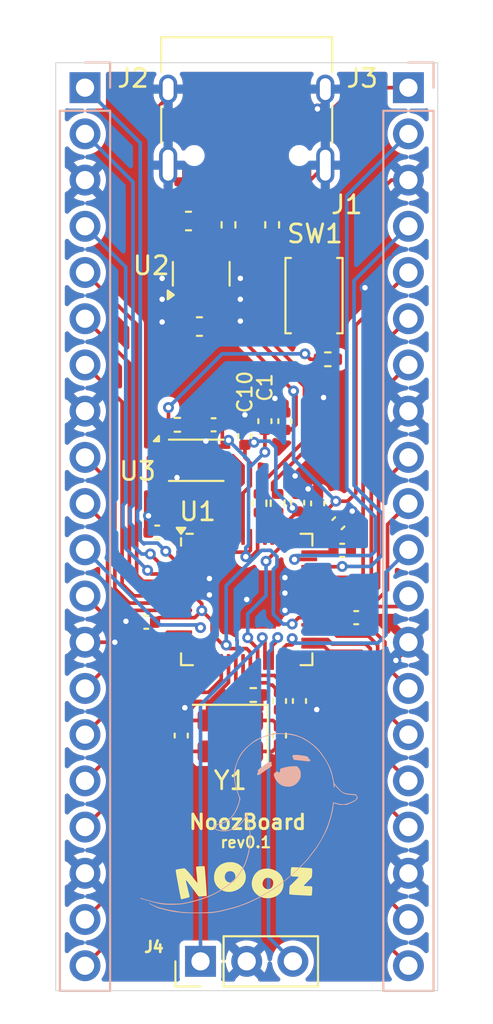
<source format=kicad_pcb>
(kicad_pcb (version 20241229) (generator "pcbnew") (generator_version "9.0")
  (layers (0 "F.Cu" signal) (2 "B.Cu" signal) (13 "F.Paste" user) (15 "B.Paste" user) (5 "F.SilkS" user "F.Silkscreen") (7 "B.SilkS" user "B.Silkscreen") (1 "F.Mask" user) (3 "B.Mask" user) (25 "Edge.Cuts" user))
  (net 0 "")
  (net 1 "+3V3")
  (net 2 "GND")
  (net 3 "+1V1")
  (net 4 "VBUS")
  (net 5 "XIN")
  (net 6 "Net-(C16-Pad2)")
  (net 7 "USB_D-")
  (net 8 "Net-(J1-CC2)")
  (net 9 "USB_D+")
  (net 10 "Net-(J1-CC1)")
  (net 11 "GPIO4")
  (net 12 "GPIO14")
  (net 13 "GPIO10")
  (net 14 "GPIO6")
  (net 15 "GPIO12")
  (net 16 "GPIO2")
  (net 17 "GPIO15")
  (net 18 "GPIO11")
  (net 19 "GPIO3")
  (net 20 "GPIO9")
  (net 21 "GPIO8")
  (net 22 "GPIO0")
  (net 23 "GPIO13")
  (net 24 "GPIO5")
  (net 25 "GPIO1")
  (net 26 "GPIO7")
  (net 27 "RUN")
  (net 28 "GPIO23")
  (net 29 "GPIO19")
  (net 30 "GPIO22")
  (net 31 "GPIO16")
  (net 32 "GPIO28_ADC2")
  (net 33 "GPIO27_ADC1")
  (net 34 "GPIO20")
  (net 35 "GPIO17")
  (net 36 "GPIO21")
  (net 37 "GPIO26_ADC0")
  (net 38 "GPIO18")
  (net 39 "GPIO24")
  (net 40 "GPIO29_ADC3")
  (net 41 "SWD")
  (net 42 "SWCLK")
  (net 43 "Net-(U1-USB_DP)")
  (net 44 "Net-(U1-USB_DM)")
  (net 45 "XOUT")
  (net 46 "QSPI_SS")
  (net 47 "Net-(R6-Pad2)")
  (net 48 "QSPI_SD3")
  (net 49 "QSPI_SD0")
  (net 50 "QSPI_SD1")
  (net 51 "QSPI_SCLK")
  (net 52 "QSPI_SD2")
  (footprint "Package_TO_SOT_SMD:SOT-23" (layer "F.Cu") (at 97.5 36.6 90)
    (property "Reference" "U2")
    (property "Value" "MCP1700x-330xxTT" (hide yes))
  )
  (footprint "Resistor_SMD:R_0402_1005Metric" (layer "F.Cu") (at 101.7 49.21 -90)
    (property "Reference" "R4" (hide yes))
    (property "Value" "27" (hide yes))
  )
  (footprint "Resistor_SMD:R_0402_1005Metric" (layer "F.Cu") (at 99 33.91 -90)
    (property "Reference" "R2" (hide yes))
    (property "Value" "5.1K" (hide yes))
  )
  (footprint "Resistor_SMD:R_0402_1005Metric" (layer "F.Cu") (at 96.19 44.9)
    (property "Reference" "R7" (hide yes))
    (property "Value" "10K" (hide yes))
  )
  (footprint "Package_DFN_QFN:QFN-56-1EP_7x7mm_P0.4mm_EP3.2x3.2mm" (layer "F.Cu") (at 100 54.5)
    (property "Reference" "U1")
    (property "Value" "RP2040" (hide yes))
  )
  (footprint "Capacitor_SMD:C_0402_1005Metric" (layer "F.Cu") (at 101.8 61.98 90)
    (property "Reference" "C16" (hide yes))
    (property "Value" "33pF" (hide yes))
  )
  (footprint "Resistor_SMD:R_0402_1005Metric" (layer "F.Cu") (at 100.36 59.75 180)
    (property "Reference" "R5" (hide yes))
    (property "Value" "1K" (hide yes))
  )
  (footprint "Capacitor_SMD:C_0402_1005Metric" (layer "F.Cu") (at 94.48 55.75 180)
    (property "Reference" "C9" (hide yes))
    (property "Value" "0.1uF" (hide yes))
  )
  (footprint "Capacitor_SMD:C_0402_1005Metric" (layer "F.Cu") (at 103.9 49.22 90)
    (property "Reference" "C5" (hide yes))
    (property "Value" "0.1uF" (hide yes))
  )
  (footprint "Capacitor_SMD:C_0402_1005Metric" (layer "F.Cu") (at 102.9 60.08 -90)
    (property "Reference" "C12" (hide yes))
    (property "Value" "0.1uF" (hide yes))
  )
  (footprint "Capacitor_SMD:C_0402_1005Metric" (layer "F.Cu") (at 95.08 50.8 180)
    (property "Reference" "C8" (hide yes))
    (property "Value" "0.1uF" (hide yes))
  )
  (footprint "Capacitor_SMD:C_0603_1608Metric" (layer "F.Cu") (at 96.8 33.7 180)
    (property "Reference" "C13" (hide yes))
    (property "Value" "10uF" (hide yes))
  )
  (footprint "Capacitor_SMD:C_0603_1608Metric" (layer "F.Cu") (at 97.4 39.5 180)
    (property "Reference" "C14" (hide yes))
    (property "Value" "10uF" (hide yes))
  )
  (footprint "Crystal:Crystal_SMD_3225-4Pin_3.2x2.5mm" (layer "F.Cu") (at 99.1 62 180)
    (property "Reference" "Y1")
    (property "Value" "12MHz" (hide yes))
  )
  (footprint "Capacitor_SMD:C_0402_1005Metric" (layer "F.Cu") (at 106.02 55.5)
    (property "Reference" "C3" (hide yes))
    (property "Value" "0.1uF" (hide yes))
  )
  (footprint "Capacitor_SMD:C_0402_1005Metric" (layer "F.Cu") (at 102.1 44.7 90)
    (property "Reference" "C2" (hide yes))
    (property "Value" "0.1uF" (hide yes))
  )
  (footprint "Connector_USB:USB_C_Receptacle_HRO_TYPE-C-31-M-12" (layer "F.Cu") (at 100 27.5 180)
    (property "Reference" "J1" (hide yes))
    (property "Value" "USB_C_Receptacle_USB2.0_14P")
  )
  (footprint "Package_SON:Winbond_USON-8-1EP_3x2mm_P0.5mm_EP0.2x1.6mm" (layer "F.Cu") (at 97.225 46.85)
    (property "Reference" "U3")
    (property "Value" "W25Q16JVZPIQ TR" (hide yes))
  )
  (footprint "Resistor_SMD:R_0402_1005Metric" (layer "F.Cu") (at 100.7 49.21 -90)
    (property "Reference" "R3" (hide yes))
    (property "Value" "27" (hide yes))
  )
  (footprint "Capacitor_SMD:C_0402_1005Metric" (layer "F.Cu") (at 96.4 61.98 -90)
    (property "Reference" "C15" (hide yes))
    (property "Value" "33pF" (hide yes))
  )
  (footprint "Button_Switch_SMD:SW_Push_SPST_NO_Alps_SKRK" (layer "F.Cu") (at 103.7 37.8 -90)
    (property "Reference" "SW1")
    (property "Value" "SW_Push" (hide yes))
  )
  (footprint "Capacitor_SMD:C_0402_1005Metric" (layer "F.Cu") (at 105.25 51.8)
    (property "Reference" "C7" (hide yes))
    (property "Value" "0.1uF" (hide yes))
  )
  (footprint "Capacitor_SMD:C_0402_1005Metric" (layer "F.Cu") (at 105.0394 50.3106 45)
    (property "Reference" "C6" (hide yes))
    (property "Value" "0.1uF" (hide yes))
  )
  (footprint "Capacitor_SMD:C_0402_1005Metric" (layer "F.Cu") (at 102.8 49.18 90)
    (property "Reference" "C11" (hide yes))
    (property "Value" "0.1uF" (hide yes))
  )
  (footprint "Resistor_SMD:R_0402_1005Metric" (layer "F.Cu") (at 104.46 41.3)
    (property "Reference" "R6" (hide yes))
    (property "Value" "1K" (hide yes))
  )
  (footprint "Capacitor_SMD:C_0402_1005Metric" (layer "F.Cu") (at 101 44.7 90)
    (property "Reference" "C1" (hide yes))
    (property "Value" "1uF" (hide yes))
  )
  (footprint "Capacitor_SMD:C_0402_1005Metric" (layer "F.Cu") (at 99.9 45.52 90)
    (property "Reference" "C10" (hide yes))
    (property "Value" "1uF" (hide yes))
  )
  (footprint "Connector_PinHeader_2.54mm:PinHeader_1x03_P2.54mm_Vertical" (layer "F.Cu") (at 97.46 74.39 90)
    (property "Reference" "J4")
    (property "Value" "Conn_01x03" (hide yes))
  )
  (footprint "LOGO" (layer "F.Cu") (at 99.85 69.95)
    (property "Reference" "G***" (hide yes))
    (property "Value" "LOGO" (hide yes))
  )
  (footprint "Resistor_SMD:R_0402_1005Metric" (layer "F.Cu") (at 101.4 33.91 -90)
    (property "Reference" "R1" (hide yes))
    (property "Value" "5.1K" (hide yes))
  )
  (footprint "Capacitor_SMD:C_0402_1005Metric" (layer "F.Cu") (at 98.18 44.9 180)
    (property "Reference" "C17" (hide yes))
    (property "Value" "0.1uF" (hide yes))
  )
  (footprint "Capacitor_SMD:C_0402_1005Metric" (layer "F.Cu") (at 101.8 60.08 -90)
    (property "Reference" "C4" (hide yes))
    (property "Value" "0.1uF" (hide yes))
  )
  (footprint "LOGO" (layer "B.Cu") (at 100.1 66.8 180)
    (property "Reference" "G***" (hide yes))
    (property "Value" "LOGO" (hide yes))
  )
  (footprint "Connector_PinHeader_2.54mm:PinHeader_1x20_P2.54mm_Vertical" (layer "B.Cu") (at 108.89 26.37 180)
    (property "Reference" "J3")
    (property "Value" "Conn_01x20")
  )
  (footprint "Connector_PinHeader_2.54mm:PinHeader_1x20_P2.54mm_Vertical" (layer "B.Cu") (at 91.11 26.37 180)
    (property "Reference" "J2")
    (property "Value" "Conn_01x20")
  )
  (gr_rect (start 89.5 25) (end 110.5 76) (stroke (width 0.05)) (fill no) (layer "Edge.Cuts"))
  (gr_text "C1" (at 101 42.85 90) (layer "F.SilkS") (effects (font (size 0.8 0.8) (thickness 0.125))))
  (gr_text "NoozBoard" (at 100.05 67.2 0) (layer "F.SilkS") (effects (font (size 0.8 0.8) (thickness 0.16) (bold yes)) (justify bottom)))
  (gr_text "rev0.1" (at 99.95 68.2 0) (layer "F.SilkS") (effects (font (size 0.6 0.6) (thickness 0.12) (bold yes)) (justify bottom)))
  (gr_text "C10" (at 99.9 43.1 90) (layer "F.SilkS") (effects (font (size 0.8 0.8) (thickness 0.125))))
  (segment (start 95.16 55.5) (end 94.96 55.7) (width 0.2) (layer "F.Cu") (net 1))
  (segment (start 99 45.75) (end 98.66 46.09) (width 0.2) (layer "F.Cu") (net 1))
  (segment (start 100.201 51.0635) (end 100.2 51.0625) (width 0.2) (layer "F.Cu") (net 1))
  (segment (start 102.711 43.1791) (end 102.711 44.889) (width 0.2) (layer "F.Cu") (net 1))
  (segment (start 103.4375 55.5) (end 102.851 55.5) (width 0.2) (layer "F.Cu") (net 1))
  (segment (start 97.0978 51.9) (end 97.05 51.9) (width 0.2) (layer "F.Cu") (net 1))
  (segment (start 100.2 57.9375) (end 100.2 58.95) (width 0.2) (layer "F.Cu") (net 1))
  (segment (start 100.2 57.4) (end 100.2 57.9375) (width 0.2) (layer "F.Cu") (net 1))
  (segment (start 98.099 56.401) (end 98.703135 57.005135) (width 0.2) (layer "F.Cu") (net 1))
  (segment (start 104.721 50.5212) (end 103.9 49.7) (width 0.2) (layer "F.Cu") (net 1))
  (segment (start 100 57.2) (end 100.2 57.4) (width 0.2) (layer "F.Cu") (net 1))
  (segment (start 96.5625 51.9) (end 97.05 51.9) (width 0.2) (layer "F.Cu") (net 1))
  (segment (start 104.77 51.8) (end 104.82 51.8) (width 0.2) (layer "F.Cu") (net 1))
  (segment (start 103.9 49.7) (end 103.9 49.7625) (width 0.2) (layer "F.Cu") (net 1))
  (segment (start 100.201 51.801) (end 100.201 51.0635) (width 0.2) (layer "F.Cu") (net 1))
  (segment (start 102.711 44.889) (end 102.42 45.18) (width 0.2) (layer "F.Cu") (net 1))
  (segment (start 102.851 55.5) (end 102.5 55.8512) (width 0.2) (layer "F.Cu") (net 1))
  (segment (start 100.2 58.95) (end 100.329 59.079) (width 0.2) (layer "F.Cu") (net 1))
  (segment (start 98.45 39.225) (end 98.175 39.5) (width 0.2) (layer "F.Cu") (net 1))
  (segment (start 97.301 54.5032) (end 97.301 52.1032) (width 0.2) (layer "F.Cu") (net 1))
  (segment (start 99.0319 39.5) (end 102.575 43.0431) (width 0.2) (layer "F.Cu") (net 1))
  (segment (start 102.575 43.0431) (end 102.711 43.1791) (width 0.2) (layer "F.Cu") (net 1))
  (segment (start 100.6 51.8) (end 100.6 51.0625) (width 0.2) (layer "F.Cu") (net 1))
  (segment (start 97.5313 54.7335) (end 97.301 54.5032) (width 0.2) (layer "F.Cu") (net 1))
  (segment (start 98.175 39.5) (end 99.0319 39.5) (width 0.2) (layer "F.Cu") (net 1))
  (segment (start 100.25 52.15) (end 100.6 51.8) (width 0.2) (layer "F.Cu") (net 1))
  (segment (start 105.54 55.5) (end 103.4375 55.5) (width 0.2) (layer "F.Cu") (net 1))
  (segment (start 98.703135 57.005135) (end 98.873593 57.005135) (width 0.2) (layer "F.Cu") (net 1))
  (segment (start 97.5313 55.1108) (end 97.5313 54.7335) (width 0.2) (layer "F.Cu") (net 1))
  (segment (start 98.45 37.5375) (end 98.45 39.225) (width 0.2) (layer "F.Cu") (net 1))
  (segment (start 98.66 46.09) (end 98.65 46.1) (width 0.2) (layer "F.Cu") (net 1))
  (segment (start 97.5313 55.1108) (end 98.099 55.6785) (width 0.2) (layer "F.Cu") (net 1))
  (segment (start 102.42 45.18) (end 102.1 45.18) (width 0.2) (layer "F.Cu") (net 1))
  (segment (start 101.4 59.2) (end 101.8 59.6) (width 0.2) (layer "F.Cu") (net 1))
  (segment (start 97.5313 55.1108) (end 97.1422 55.5) (width 0.2) (layer "F.Cu") (net 1))
  (segment (start 104.721 50.629) (end 104.721 50.5751) (width 0.2) (layer "F.Cu") (net 1))
  (segment (start 101 46.4) (end 101 45.18) (width 0.2) (layer "F.Cu") (net 1))
  (segment (start 97.05 51.9) (end 97.0978 51.9) (width 0.2) (layer "F.Cu") (net 1))
  (segment (start 96.5625 55.5) (end 95.16 55.5) (width 0.2) (layer "F.Cu") (net 1))
  (segment (start 105.999 48.651) (end 105.55 49.1) (width 0.2) (layer "F.Cu") (net 1))
  (segment (start 105.999 39.421) (end 105.999 48.651) (width 0.2) (layer "F.Cu") (net 1))
  (segment (start 100.329 59.079) (end 101.139 59.079) (width 0.2) (layer "F.Cu") (net 1))
  (segment (start 97.311 44.289) (end 96.7 44.9) (width 0.2) (layer "F.Cu") (net 1))
  (segment (start 104.82 51.9) (end 104.82 51.8) (width 0.2) (layer "F.Cu") (net 1))
  (segment (start 97.0978 51.9) (end 100.102 51.9) (width 0.2) (layer "F.Cu") (net 1))
  (segment (start 101 45.18) (end 102.1 45.18) (width 0.2) (layer "F.Cu") (net 1))
  (segment (start 104.721 50.5751) (end 104.721 50.5212) (width 0.2) (layer "F.Cu") (net 1))
  (segment (start 98.66 44.9) (end 98.66 46.09) (width 0.2) (layer "F.Cu") (net 1))
  (segment (start 98.45 37.5375) (end 98.5625 37.5375) (width 0.2) (layer "F.Cu") (net 1))
  (segment (start 94.96 55.75) (end 94.96 55.7) (width 0.2) (layer "F.Cu") (net 1))
  (segment (start 97.1422 55.5) (end 96.5625 55.5) (width 0.2) (layer "F.Cu") (net 1))
  (segment (start 98.66 44.9) (end 98.049 44.289) (width 0.2) (layer "F.Cu") (net 1))
  (segment (start 104.3 49.7) (end 103.9 49.7) (width 0.2) (layer "F.Cu") (net 1))
  (segment (start 97.301 52.1032) (end 97.0978 51.9) (width 0.2) (layer "F.Cu") (net 1))
  (segment (start 99.95 52.15) (end 100.25 52.15) (width 0.2) (layer "F.Cu") (net 1))
  (segment (start 100 57.2) (end 99.068458 57.2) (width 0.2) (layer "F.Cu") (net 1))
  (segment (start 105.55 49.1) (end 104.9 49.1) (width 0.2) (layer "F.Cu") (net 1))
  (segment (start 103.9 49.7625) (end 102.6 51.0625) (width 0.2) (layer "F.Cu") (net 1))
  (segment (start 100.05 52.15) (end 99.95 52.15) (width 0.2) (layer "F.Cu") (net 1))
  (segment (start 104.9 49.1) (end 104.3 49.7) (width 0.2) (layer "F.Cu") (net 1))
  (segment (start 98.049 44.289) (end 97.311 44.289) (width 0.2) (layer "F.Cu") (net 1))
  (segment (start 98.099 55.6785) (end 98.099 56.401) (width 0.2) (layer "F.Cu") (net 1))
  (segment (start 104.82 50.7776) (end 104.721 50.6788) (width 0.2) (layer "F.Cu") (net 1))
  (segment (start 101.139 59.079) (end 101.26 59.2) (width 0.2) (layer "F.Cu") (net 1))
  (segment (start 95.56 50.8) (end 95.56 50.8975) (width 0.2) (layer "F.Cu") (net 1))
  (segment (start 104.721 50.6788) (end 104.721 50.5751) (width 0.2) (layer "F.Cu") (net 1))
  (segment (start 102.6 51.0625) (end 102.2 51.0625) (width 0.2) (layer "F.Cu") (net 1))
  (segment (start 100.102 51.9) (end 100.201 51.801) (width 0.2) (layer "F.Cu") (net 1))
  (segment (start 104.82 51.8) (end 104.82 50.7776) (width 0.2) (layer "F.Cu") (net 1))
  (segment (start 99.068458 57.2) (end 98.873593 57.005135) (width 0.2) (layer "F.Cu") (net 1))
  (segment (start 108.89 36.53) (end 105.999 39.421) (width 0.2) (layer "F.Cu") (net 1))
  (segment (start 103.438 51.9) (end 104.82 51.9) (width 0.2) (layer "F.Cu") (net 1))
  (segment (start 95.56 50.8975) (end 96.5625 51.9) (width 0.2) (layer "F.Cu") (net 1))
  (segment (start 104.7 50.65) (end 104.721 50.629) (width 0.2) (layer "F.Cu") (net 1))
  (segment (start 98.66 46.09) (end 98.65 46.1) (width 0.2) (layer "F.Cu") (net 1))
  (segment (start 101.26 59.2) (end 101.4 59.2) (width 0.2) (layer "F.Cu") (net 1))
  (via (at 97.5313 55.1108) (size 0.6) (drill 0.3) (layers "F.Cu" "B.Cu") (net 1))
  (via (at 104.9 49.1) (size 0.6) (drill 0.3) (layers "F.Cu" "B.Cu") (net 1))
  (via (at 98.873593 57.005135) (size 0.6) (drill 0.3) (layers "F.Cu" "B.Cu") (net 1))
  (via (at 102.5 55.8512) (size 0.6) (drill 0.3) (layers "F.Cu" "B.Cu") (net 1))
  (via (at 99.95 52.15) (size 0.6) (drill 0.3) (layers "F.Cu" "B.Cu") (net 1))
  (via (at 102.575 43.0431) (size 0.6) (drill 0.3) (layers "F.Cu" "B.Cu") (net 1))
  (via (at 99 45.75) (size 0.6) (drill 0.3) (layers "F.Cu" "B.Cu") (net 1))
  (via (at 101 46.4) (size 0.6) (drill 0.3) (layers "F.Cu" "B.Cu") (net 1))
  (segment (start 98.873593 53.739125) (end 98.873593 57.005135) (width 0.2) (layer "B.Cu") (net 1))
  (segment (start 102.001257 55.8512) (end 101.46366 55.313603) (width 0.2) (layer "B.Cu") (net 1))
  (segment (start 100.1 47.3) (end 100.1 46.85) (width 0.2) (layer "B.Cu") (net 1))
  (segment (start 100.1 46.85) (end 99 45.75) (width 0.2) (layer "B.Cu") (net 1))
  (segment (start 102.5 55.8512) (end 102.001257 55.8512) (width 0.2) (layer "B.Cu") (net 1))
  (segment (start 101.46366 55.313603) (end 101.46366 52.848944) (width 0.2) (layer "B.Cu") (net 1))
  (segment (start 102.575 43.0431) (end 102.575 46.775) (width 0.2) (layer "B.Cu") (net 1))
  (segment (start 99.95 52.15) (end 99.95 51.65) (width 0.2) (layer "B.Cu") (net 1))
  (segment (start 100.1 47.3) (end 101 46.4) (width 0.2) (layer "B.Cu") (net 1))
  (segment (start 100.813717 51.799001) (end 98.873593 53.739125) (width 0.2) (layer "B.Cu") (net 1))
  (segment (start 101.46366 52.848944) (end 101.66366 52.648944) (width 0.2) (layer "B.Cu") (net 1))
  (segment (start 102.575 46.775) (end 104.9 49.1) (width 0.2) (layer "B.Cu") (net 1))
  (segment (start 100.1 51.5) (end 100.1 47.3) (width 0.2) (layer "B.Cu") (net 1))
  (segment (start 101.311603 51.799001) (end 100.813717 51.799001) (width 0.2) (layer "B.Cu") (net 1))
  (segment (start 104.9 49.1) (end 105 49) (width 0.2) (layer "B.Cu") (net 1))
  (segment (start 101.66366 52.648944) (end 101.66366 52.151058) (width 0.2) (layer "B.Cu") (net 1))
  (segment (start 99.95 51.65) (end 100.1 51.5) (width 0.2) (layer "B.Cu") (net 1))
  (segment (start 101.66366 52.151058) (end 101.311603 51.799001) (width 0.2) (layer "B.Cu") (net 1))
  (segment (start 99 57.9375) (end 99 58.9829) (width 0.2) (layer "F.Cu") (net 2))
  (segment (start 99.299 63.751) (end 100.2 62.85) (width 0.2) (layer "F.Cu") (net 2))
  (segment (start 101.8 60.56) (end 102.9 60.56) (width 0.2) (layer "F.Cu") (net 2))
  (segment (start 105.379 49.9712) (end 105.474 49.9712) (width 0.2) (layer "F.Cu") (net 2))
  (segment (start 103.376 48.4243) (end 103.584 48.4243) (width 0.2) (layer "F.Cu") (net 2))
  (segment (start 99 59.0671) (end 99 58.9) (width 0.2) (layer "F.Cu") (net 2))
  (segment (start 105.73 49.7149) (end 105.799 49.6459) (width 0.2) (layer "F.Cu") (net 2))
  (segment (start 103.584 48.4243) (end 103.9 48.74) (width 0.2) (layer "F.Cu") (net 2))
  (segment (start 107.54 55.5) (end 108.89 56.85) (width 0.2) (layer "F.Cu") (net 2))
  (segment (start 104.32 26.45) (end 95.68 26.45) (width 0.2) (layer "F.Cu") (net 2))
  (segment (start 103.25 32.57) (end 101.4 34.42) (width 0.2) (layer "F.Cu") (net 2))
  (segment (start 108.07 30.63) (end 108.89 31.45) (width 0.2) (layer "F.Cu") (net 2))
  (segment (start 108.89 31.45) (end 107.95 31.45) (width 0.2) (layer "F.Cu") (net 2))
  (segment (start 98 61.15) (end 96.7724 61.15) (width 0.2) (layer "F.Cu") (net 2))
  (segment (start 96.7724 61.15) (end 95.789 62.1334) (width 0.2) (layer "F.Cu") (net 2))
  (segment (start 102.659 47.7076) (end 102.659 48.5591) (width 0.2) (layer "F.Cu") (net 2))
  (segment (start 96.7534 63.751) (end 99.299 63.751) (width 0.2) (layer "F.Cu") (net 2))
  (segment (start 103.25 31.545) (end 103.405 31.545) (width 0.2) (layer "F.Cu") (net 2))
  (segment (start 93.3597 55.7) (end 93.95 55.7) (width 0.2) (layer "F.Cu") (net 2))
  (segment (start 103.405 31.545) (end 104.32 30.63) (width 0.2) (layer "F.Cu") (net 2))
  (segment (start 96.6 60.45) (end 96.6 61) (width 0.2) (layer "F.Cu") (net 2))
  (segment (start 104.7 35.7) (end 103.7 35.7) (width 0.2) (layer "F.Cu") (net 2))
  (segment (start 95.68 26.45) (end 95.68 26.88) (width 0.2) (layer "F.Cu") (net 2))
  (segment (start 97.7 45.7394) (end 97.7543 45.7937) (width 0.2) (layer "F.Cu") (net 2))
  (segment (start 105.73 49.715) (end 105.799 49.6459) (width 0.2) (layer "F.Cu") (net 2))
  (segment (start 108.89 56.85) (end 108.89 57.1607) (width 0.2) (layer "F.Cu") (net 2))
  (segment (start 101.55 43.45) (end 101.55 43.67) (width 0.2) (layer "F.Cu") (net 2))
  (segment (start 96.75 61.15) (end 96.4 61.5) (width 0.2) (layer "F.Cu") (net 2))
  (segment (start 95.789 62.7866) (end 96.7534 63.751) (width 0.2) (layer "F.Cu") (net 2))
  (segment (start 95.789 62.1334) (end 95.789 62.7866) (width 0.2) (layer "F.Cu") (net 2))
  (segment (start 101.41 62.85) (end 101.8 62.46) (width 0.2) (layer "F.Cu") (net 2))
  (segment (start 106.501 37.3643) (end 106.364 37.3643) (width 0.2) (layer "F.Cu") (net 2))
  (segment (start 103.25 31.545) (end 103.25 32.57) (width 0.2) (layer "F.Cu") (net 2))
  (segment (start 102.659 48.5591) (end 102.8 48.7) (width 0.2) (layer "F.Cu") (net 2))
  (segment (start 102.91 60.55) (end 102.9 60.56) (width 0.2) (layer "F.Cu") (net 2))
  (segment (start 106.5 55.5) (end 107.54 55.5) (width 0.2) (layer "F.Cu") (net 2))
  (segment (start 93.95 55.7) (end 94 55.75) (width 0.2) (layer "F.Cu") (net 2))
  (segment (start 105.73 51.8) (end 105.73 51.554) (width 0.2) (layer "F.Cu") (net 2))
  (segment (start 105.73 51.554) (end 105.8 51.484) (width 0.2) (layer "F.Cu") (net 2))
  (segment (start 94.6 49.9) (end 94.6 50.8) (width 0.2) (layer "F.Cu") (net 2))
  (segment (start 103.85 60.55) (end 102.91 60.55) (width 0.2) (layer "F.Cu") (net 2))
  (segment (start 99.9 44.35) (end 99.9 45.04) (width 0.2) (layer "F.Cu") (net 2))
  (segment (start 105.474 49.9712) (end 105.73 49.715) (width 0.2) (layer "F.Cu") (net 2))
  (segment (start 95.8 47.6) (end 95.9673 47.6) (width 0.2) (layer "F.Cu") (net 2))
  (segment (start 95.68 26.88) (end 91.11 31.45) (width 0.2) (layer "F.Cu") (net 2))
  (segment (start 97.7 44.9) (end 97.7 45.7394) (width 0.2) (layer "F.Cu") (net 2))
  (segment (start 96.6 61) (end 96.75 61.15) (width 0.2) (layer "F.Cu") (net 2))
  (segment (start 98 61.15) (end 96.75 61.15) (width 0.2) (layer "F.Cu") (net 2))
  (segment (start 104.32 30.63) (end 108.07 30.63) (width 0.2) (layer "F.Cu") (net 2))
  (segment (start 106.364 37.3643) (end 104.7 35.7) (width 0.2) (layer "F.Cu") (net 2))
  (segment (start 95.68 26.45) (end 95.68 30.63) (width 0.2) (layer "F.Cu") (net 2))
  (segment (start 107.95 31.45) (end 103.7 35.7) (width 0.2) (layer "F.Cu") (net 2))
  (segment (start 104.32 26.45) (end 104.32 27.1055) (width 0.2) (layer "F.Cu") (net 2))
  (segment (start 98 61.15) (end 98 60.0671) (width 0.2) (layer "F.Cu") (net 2))
  (segment (start 98 60.0671) (end 99 59.0671) (width 0.2) (layer "F.Cu") (net 2))
  (segment (start 101.55 43.67) (end 101 44.22) (width 0.2) (layer "F.Cu") (net 2))
  (segment (start 105.73 51.8) (end 105.73 49.715) (width 0.2) (layer "F.Cu") (net 2))
  (segment (start 105.73 49.715) (end 105.73 49.7149) (width 0.2) (layer "F.Cu") (net 2))
  (segment (start 104.32 27.1055) (end 103.888 27.5377) (width 0.2) (layer "F.Cu") (net 2))
  (segment (start 108.89 57.1607) (end 108.2 57.8507) (width 0.2) (layer "F.Cu") (net 2))
  (segment (start 100.2 62.85) (end 101.41 62.85) (width 0.2) (layer "F.Cu") (net 2))
  (segment (start 104.225 46.1416) (end 104.225 43.4) (width 0.2) (layer "F.Cu") (net 2))
  (segment (start 102.659 47.7076) (end 104.225 46.1416) (width 0.2) (layer "F.Cu") (net 2))
  (segment (start 95.9673 47.6) (end 96.1673 47.8) (width 0.2) (layer "F.Cu") (net 2))
  (segment (start 91.11 56.85) (end 92.75 56.85) (width 0.2) (layer "F.Cu") (net 2))
  (via (at 102.1 53.3) (size 0.6) (drill 0.3) (layers "F.Cu" "B.Cu") (net 2))
  (via (at 95.35 38) (size 0.6) (drill 0.3) (layers "F.Cu" "B.Cu") (net 2))
  (via (at 97.7543 45.7937) (size 0.6) (drill 0.3) (layers "F.Cu" "B.Cu") (net 2))
  (via (at 95.35 39.25) (size 0.6) (drill 0.3) (layers "F.Cu" "B.Cu") (net 2))
  (via (at 92.75 56.85) (size 0.6) (drill 0.3) (layers "F.Cu" "B.Cu") (net 2))
  (via (at 99.65 38) (size 0.6) (drill 0.3) (layers "F.Cu" "B.Cu") (net 2))
  (via (at 102.1 54.15) (size 0.6) (drill 0.3) (layers "F.Cu" "B.Cu") (net 2))
  (via (at 103.85 60.55) (size 0.6) (drill 0.3) (layers "F.Cu" "B.Cu") (net 2))
  (via (at 102.659 47.7076) (size 0.6) (drill 0.3) (layers "F.Cu" "B.Cu") (net 2))
  (via (at 93.3597 55.7) (size 0.6) (drill 0.3) (layers "F.Cu" "B.Cu") (net 2))
  (via (at 104.225 43.4) (size 0.6) (drill 0.3) (layers "F.Cu" "B.Cu") (net 2))
  (via (at 97.95 53.35) (size 0.6) (drill 0.3) (layers "F.Cu" "B.Cu") (net 2))
  (via (at 100 54.5) (size 0.6) (drill 0.3) (layers "F.Cu" "B.Cu") (net 2))
  (via (at 106.501 37.3643) (size 0.6) (drill 0.3) (layers "F.Cu" "B.Cu") (net 2))
  (via (at 94.6 49.9) (size 0.6) (drill 0.3) (layers "F.Cu" "B.Cu") (net 2))
  (via (at 105.799 49.6459) (size 0.6) (drill 0.3) (layers "F.Cu" "B.Cu") (net 2))
  (via (at 103.888 27.5377) (size 0.6) (drill 0.3) (layers "F.Cu" "B.Cu") (net 2))
  (via (at 99.9 44.35) (size 0.6) (drill 0.3) (layers "F.Cu" "B.Cu") (net 2))
  (via (at 96.6 60.45) (size 0.6) (drill 0.3) (layers "F.Cu" "B.Cu") (net 2))
  (via (at 103.376 48.4243) (size 0.6) (drill 0.3) (layers "F.Cu" "B.Cu") (net 2))
  (via (at 99.65 36.85) (size 0.6) (drill 0.3) (layers "F.Cu" "B.Cu") (net 2))
  (via (at 101.55 43.45) (size 0.6) (drill 0.3) (layers "F.Cu" "B.Cu") (net 2))
  (via (at 95.35 36.85) (size 0.6) (drill 0.3) (layers "F.Cu" "B.Cu") (net 2))
  (via (at 108.2 57.8507) (size 0.6) (drill 0.3) (layers "F.Cu" "B.Cu") (net 2))
  (via (at 97.95 54.25) (size 0.6) (drill 0.3) (layers "F.Cu" "B.Cu") (net 2))
  (via (at 96.1673 47.8) (size 0.6) (drill 0.3) (layers "F.Cu" "B.Cu") (net 2))
  (via (at 102.1 55.1) (size 0.6) (drill 0.3) (layers "F.Cu" "B.Cu") (net 2))
  (via (at 99.65 39.2) (size 0.6) (drill 0.3) (layers "F.Cu" "B.Cu") (net 2))
  (segment (start 106.501 41.761) (end 106.501 37.3643) (width 0.2) (layer "B.Cu") (net 2))
  (segment (start 97.7543 45.7937) (end 95.749 47.799) (width 0.2) (layer "B.Cu") (net 2))
  (segment (start 99.1981 44.35) (end 99.9 44.35) (width 0.2) (layer "B.Cu") (net 2))
  (segment (start 103.376 48.4243) (end 103.301 48.3493) (width 0.2) (layer "B.Cu") (net 2))
  (segment (start 99.474593 57.575407) (end 96.6 60.45) (width 0.2) (layer "B.Cu") (net 2))
  (segment (start 108.2 57.8507) (end 106.549 57.8507) (width 0.2) (layer "B.Cu") (net 2))
  (segment (start 103.888 27.5377) (end 104.32 27.97) (width 0.2) (layer "B.Cu") (net 2))
  (segment (start 103.376 48.4243) (end 102.659 47.7076) (width 0.2) (layer "B.Cu") (net 2))
  (segment (start 100 54.5) (end 99.455868 55.044132) (width 0.2) (layer "B.Cu") (net 2))
  (segment (start 96.1673 47.8) (end 95.75 47.8) (width 0.2) (layer "B.Cu") (net 2))
  (segment (start 99.455868 55.044132) (end 99.455868 56.737467) (width 0.2) (layer "B.Cu") (net 2))
  (segment (start 105.799 49.6459) (end 105.744 49.701) (width 0.2) (layer "B.Cu") (net 2))
  (segment (start 95.749 47.799) (end 94.6 48.9481) (width 0.2) (layer "B.Cu") (net 2))
  (segment (start 95.75 47.8) (end 95.749 47.799) (width 0.2) (layer "B.Cu") (net 2))
  (segment (start 102.326057 42.4421) (end 101.55 43.218157) (width 0.2) (layer "B.Cu") (net 2))
  (segment (start 104.32 27.97) (end 104.32 30.63) (width 0.2) (layer "B.Cu") (net 2))
  (segment (start 101.55 43.218157) (end 101.55 43.45) (width 0.2) (layer "B.Cu") (net 2))
  (segment (start 97.7543 45.7937) (end 99.1981 44.35) (width 0.2) (layer "B.Cu") (net 2))
  (segment (start 104.225 43.4) (end 103.2671 42.4421) (width 0.2) (layer "B.Cu") (net 2))
  (segment (start 104.652 49.701) (end 103.376 48.4243) (width 0.2) (layer "B.Cu") (net 2))
  (segment (start 99.474593 56.756192) (end 99.474593 57.575407) (width 0.2) (layer "B.Cu") (net 2))
  (segment (start 103.2671 42.4421) (end 102.326057 42.4421) (width 0.2) (layer "B.Cu") (net 2))
  (segment (start 108.89 44.15) (end 106.501 41.761) (width 0.2) (layer "B.Cu") (net 2))
  (segment (start 99.455868 56.737467) (end 99.474593 56.756192) (width 0.2) (layer "B.Cu") (net 2))
  (segment (start 92.75 56.85) (end 92.75 56.3097) (width 0.2) (layer "B.Cu") (net 2))
  (segment (start 92.75 56.3097) (end 93.3597 55.7) (width 0.2) (layer "B.Cu") (net 2))
  (segment (start 106.549 57.8507) (end 103.85 60.55) (width 0.2) (layer "B.Cu") (net 2))
  (segment (start 105.744 49.701) (end 104.652 49.701) (width 0.2) (layer "B.Cu") (net 2))
  (segment (start 94.6 48.9481) (end 94.6 49.9) (width 0.2) (layer "B.Cu") (net 2))
  (segment (start 100.056868 56.656868) (end 100.056868 56.6) (width 0.2) (layer "F.Cu") (net 3))
  (segment (start 101.8 51.662661) (end 101.06266 52.400001) (width 0.2) (layer "F.Cu") (net 3))
  (segment (start 102.136 50.324) (end 101.877 50.324) (width 0.2) (layer "F.Cu") (net 3))
  (segment (start 102.8 49.66) (end 102.701 49.66) (width 0.2) (layer "F.Cu") (net 3))
  (segment (start 100.6 57.2) (end 100.35 56.95) (width 0.2) (layer "F.Cu") (net 3))
  (segment (start 102.69 59.54) (end 102.089 58.939) (width 0.2) (layer "F.Cu") (net 3))
  (segment (start 102.795 59.54) (end 102.69 59.54) (width 0.2) (layer "F.Cu") (net 3))
  (segment (start 101.786 58.939) (end 101.523 58.676) (width 0.2) (layer "F.Cu") (net 3))
  (segment (start 100.2 47) (end 99.9 46.7) (width 0.2) (layer "F.Cu") (net 3))
  (segment (start 101.523 58.676) (end 100.776 58.676) (width 0.2) (layer "F.Cu") (net 3))
  (segment (start 100.776 58.676) (end 100.6 58.5) (width 0.2) (layer "F.Cu") (net 3))
  (segment (start 102.84 59.54) (end 102.9 59.6) (width 0.2) (layer "F.Cu") (net 3))
  (segment (start 100.6 57.9375) (end 100.6 57.2) (width 0.2) (layer "F.Cu") (net 3))
  (segment (start 101.8 51.0625) (end 101.8 51.662661) (width 0.2) (layer "F.Cu") (net 3))
  (segment (start 102.701 49.66) (end 102.509 49.4685) (width 0.2) (layer "F.Cu") (net 3))
  (segment (start 102.9 59.54) (end 102.795 59.54) (width 0.2) (layer "F.Cu") (net 3))
  (segment (start 100.4 45.8603) (end 100.04 45.8603) (width 0.2) (layer "F.Cu") (net 3))
  (segment (start 101.877 50.324) (end 101.8 50.401) (width 0.2) (layer "F.Cu") (net 3))
  (segment (start 99.8 48.6505) (end 100.2 48.2505) (width 0.2) (layer "F.Cu") (net 3))
  (segment (start 99.8 51.0625) (end 99.8 48.6505) (width 0.2) (layer "F.Cu") (net 3))
  (segment (start 99.9 46.7) (end 99.9 46) (width 0.2) (layer "F.Cu") (net 3))
  (segment (start 100.6 58.5) (end 100.6 57.9375) (width 0.2) (layer "F.Cu") (net 3))
  (segment (start 100.04 45.8603) (end 99.9 46) (width 0.2) (layer "F.Cu") (net 3))
  (segment (start 102.795 59.54) (end 102.84 59.54) (width 0.2) (layer "F.Cu") (net 3))
  (segment (start 100.2 48.2505) (end 100.2 47) (width 0.2) (layer "F.Cu") (net 3))
  (segment (start 101.8 50.401) (end 101.8 51.0625) (width 0.2) (layer "F.Cu") (net 3))
  (segment (start 100.35 56.95) (end 100.056868 56.656868) (width 0.2) (layer "F.Cu") (net 3))
  (segment (start 102.8 49.66) (end 102.136 50.324) (width 0.2) (layer "F.Cu") (net 3))
  (segment (start 102.089 58.939) (end 101.786 58.939) (width 0.2) (layer "F.Cu") (net 3))
  (via (at 102.509 49.4685) (size 0.6) (drill 0.3) (layers "F.Cu" "B.Cu") (net 3))
  (via (at 101.06266 52.400001) (size 0.6) (drill 0.3) (layers "F.Cu" "B.Cu") (net 3))
  (via (at 100.4 45.8603) (size 0.6) (drill 0.3) (layers "F.Cu" "B.Cu") (net 3))
  (via (at 100.056868 56.6) (size 0.6) (drill 0.3) (layers "F.Cu" "B.Cu") (net 3))
  (segment (start 100.056868 56.6) (end 100.056868 55.293075) (width 0.2) (layer "B.Cu") (net 3))
  (segment (start 100.461 45.799) (end 100.4 45.8603) (width 0.2) (layer "B.Cu") (net 3))
  (segment (start 101.601 48.5603) (end 101.601 46.1511) (width 0.2) (layer "B.Cu") (net 3))
  (segment (start 101.06266 54.287283) (end 101.06266 52.400001) (width 0.2) (layer "B.Cu") (net 3))
  (segment (start 102.509 49.4685) (end 101.601 48.5603) (width 0.2) (layer "B.Cu") (net 3))
  (segment (start 101.249 45.799) (end 100.461 45.799) (width 0.2) (layer "B.Cu") (net 3))
  (segment (start 100.056868 55.293075) (end 101.06266 54.287283) (width 0.2) (layer "B.Cu") (net 3))
  (segment (start 101.601 46.1511) (end 101.249 45.799) (width 0.2) (layer "B.Cu") (net 3))
  (segment (start 102.85 29.424) (end 102.61 29.424) (width 0.2) (layer "F.Cu") (net 4))
  (segment (start 102.45 31.545) (end 102.214 31.309) (width 0.2) (layer "F.Cu") (net 4))
  (segment (start 97.575 33.7) (end 97.575 31.57) (width 0.2) (layer "F.Cu") (net 4))
  (segment (start 105.904 26.37) (end 102.85 29.424) (width 0.2) (layer "F.Cu") (net 4))
  (segment (start 102.61 29.424) (end 98.95 29.424) (width 0.2) (layer "F.Cu") (net 4))
  (segment (start 102.214 31.309) (end 102.214 29.82) (width 0.2) (layer "F.Cu") (net 4))
  (segment (start 102.214 29.82) (end 102.61 29.424) (width 0.2) (layer "F.Cu") (net 4))
  (segment (start 102.61 29.424) (end 102.85 29.424) (width 0.2) (layer "F.Cu") (net 4))
  (segment (start 108.89 26.37) (end 105.904 26.37) (width 0.2) (layer "F.Cu") (net 4))
  (segment (start 98.95 29.424) (end 97.55 30.824) (width 0.2) (layer "F.Cu") (net 4))
  (segment (start 97.55 30.824) (end 97.55 31.545) (width 0.2) (layer "F.Cu") (net 4))
  (segment (start 97.575 33.7) (end 97.575 35.5875) (width 0.2) (layer "F.Cu") (net 4))
  (segment (start 97.575 35.5875) (end 97.5 35.6625) (width 0.2) (layer "F.Cu") (net 4))
  (segment (start 97.575 31.57) (end 97.55 31.545) (width 0.2) (layer "F.Cu") (net 4))
  (segment (start 99.199 60.5648) (end 99.199 61.651) (width 0.2) (layer "F.Cu") (net 5))
  (segment (start 96.79 62.85) (end 96.4 62.46) (width 0.2) (layer "F.Cu") (net 5))
  (segment (start 99.4 59.25) (end 99.25 59.4) (width 0.2) (layer "F.Cu") (net 5))
  (segment (start 98 62.85) (end 96.79 62.85) (width 0.2) (layer "F.Cu") (net 5))
  (segment (start 99.199 61.651) (end 98 62.85) (width 0.2) (layer "F.Cu") (net 5))
  (segment (start 99.25 60.5138) (end 99.199 60.5648) (width 0.2) (layer "F.Cu") (net 5))
  (segment (start 99.25 59.4) (end 99.25 60.5138) (width 0.2) (layer "F.Cu") (net 5))
  (segment (start 99.4 57.9375) (end 99.4 59.25) (width 0.2) (layer "F.Cu") (net 5))
  (segment (start 100.82 60.53) (end 100.2 61.15) (width 0.2) (layer "F.Cu") (net 6))
  (segment (start 100.2 61.15) (end 101.45 61.15) (width 0.2) (layer "F.Cu") (net 6))
  (segment (start 101.45 61.15) (end 101.8 61.5) (width 0.2) (layer "F.Cu") (net 6))
  (segment (start 100.82 59.6) (end 100.82 60.0151) (width 0.2) (layer "F.Cu") (net 6))
  (segment (start 100.82 60.0151) (end 100.87 59.9651) (width 0.2) (layer "F.Cu") (net 6))
  (segment (start 100.82 60.0151) (end 100.82 60.53) (width 0.2) (layer "F.Cu") (net 6))
  (segment (start 100.87 59.9651) (end 100.87 59.75) (width 0.2) (layer "F.Cu") (net 6))
  (segment (start 101.7 48.7) (end 101.7 48.75) (width 0.2) (layer "F.Cu") (net 7))
  (segment (start 99.75 31.545) (end 99.75 30.568) (width 0.2) (layer "F.Cu") (net 7))
  (segment (start 100.725 39.7068) (end 103.625 42.6068) (width 0.2) (layer "F.Cu") (net 7))
  (segment (start 103.625 45.8932) (end 101.425 48.0932) (width 0.2) (layer "F.Cu") (net 7))
  (segment (start 103.625 42.6068) (end 103.625 45.8932) (width 0.2) (layer "F.Cu") (net 7))
  (segment (start 100.75 32.6325) (end 100.725 32.6575) (width 0.2) (layer "F.Cu") (net 7))
  (segment (start 100.75 30.568) (end 100.75 31.545) (width 0.2) (layer "F.Cu") (net 7))
  (segment (start 100.725 32.6575) (end 100.725 39.7068) (width 0.2) (layer "F.Cu") (net 7))
  (segment (start 101.425 48.475) (end 101.7 48.75) (width 0.2) (layer "F.Cu") (net 7))
  (segment (start 99.799 30.519) (end 100.701 30.519) (width 0.2) (layer "F.Cu") (net 7))
  (segment (start 100.701 30.519) (end 100.75 30.568) (width 0.2) (layer "F.Cu") (net 7))
  (segment (start 99.75 30.568) (end 99.799 30.519) (width 0.2) (layer "F.Cu") (net 7))
  (segment (start 100.75 31.545) (end 100.75 32.6325) (width 0.2) (layer "F.Cu") (net 7))
  (segment (start 101.425 48.0932) (end 101.425 48.475) (width 0.2) (layer "F.Cu") (net 7))
  (segment (start 99 33.4) (end 98.25 32.65) (width 0.2) (layer "F.Cu") (net 8))
  (segment (start 98.25 32.65) (end 98.25 31.545) (width 0.2) (layer "F.Cu") (net 8))
  (segment (start 99.25 32.522) (end 99.299 32.571) (width 0.2) (layer "F.Cu") (net 9))
  (segment (start 100.275 32.6575) (end 100.25 32.6325) (width 0.2) (layer "F.Cu") (net 9))
  (segment (start 100.201 32.571) (end 100.25 32.522) (width 0.2) (layer "F.Cu") (net 9))
  (segment (start 100.275 39.8932) (end 100.275 32.6575) (width 0.2) (layer "F.Cu") (net 9))
  (segment (start 100.7 48.7) (end 100.7 48.75) (width 0.2) (layer "F.Cu") (net 9))
  (segment (start 99.25 31.545) (end 99.25 32.522) (width 0.2) (layer "F.Cu") (net 9))
  (segment (start 99.299 32.571) (end 100.201 32.571) (width 0.2) (layer "F.Cu") (net 9))
  (segment (start 100.25 32.522) (end 100.25 31.545) (width 0.2) (layer "F.Cu") (net 9))
  (segment (start 100.7 48.75) (end 100.975 48.475) (width 0.2) (layer "F.Cu") (net 9))
  (segment (start 100.25 32.6325) (end 100.25 31.545) (width 0.2) (layer "F.Cu") (net 9))
  (segment (start 103.175 45.775) (end 103.175 42.7932) (width 0.2) (layer "F.Cu") (net 9))
  (segment (start 100.975 48.475) (end 100.975 47.975) (width 0.2) (layer "F.Cu") (net 9))
  (segment (start 103.175 42.7932) (end 100.275 39.8932) (width 0.2) (layer "F.Cu") (net 9))
  (segment (start 100.975 47.975) (end 103.175 45.775) (width 0.2) (layer "F.Cu") (net 9))
  (segment (start 101.25 33.25) (end 101.25 31.545) (width 0.2) (layer "F.Cu") (net 10))
  (segment (start 101.4 33.4) (end 101.25 33.25) (width 0.2) (layer "F.Cu") (net 10))
  (segment (start 93.55 53.35) (end 93.55 41.51) (width 0.2) (layer "F.Cu") (net 11))
  (segment (start 96.5625 53.9) (end 94.1 53.9) (width 0.2) (layer "F.Cu") (net 11))
  (segment (start 93.55 41.51) (end 91.11 39.07) (width 0.2) (layer "F.Cu") (net 11))
  (segment (start 94.1 53.9) (end 93.55 53.35) (width 0.2) (layer "F.Cu") (net 11))
  (segment (start 98.2 57.9375) (end 98.2 58.675) (width 0.2) (layer "F.Cu") (net 12))
  (segment (start 94.0356 59.9644) (end 94.0356 69.1644) (width 0.2) (layer "F.Cu") (net 12))
  (segment (start 97.674 59.201) (end 94.799 59.201) (width 0.2) (layer "F.Cu") (net 12))
  (segment (start 98.2 58.675) (end 97.674 59.201) (width 0.2) (layer "F.Cu") (net 12))
  (segment (start 94.799 59.201) (end 94.0356 59.9644) (width 0.2) (layer "F.Cu") (net 12))
  (segment (start 94.0356 69.1644) (end 91.11 72.09) (width 0.2) (layer "F.Cu") (net 12))
  (segment (start 95.702 56.948) (end 93.552 56.948) (width 0.2) (layer "F.Cu") (net 13))
  (segment (start 96.5625 56.7) (end 95.95 56.7) (width 0.2) (layer "F.Cu") (net 13))
  (segment (start 93.552 56.948) (end 91.11 59.39) (width 0.2) (layer "F.Cu") (net 13))
  (segment (start 95.95 56.7) (end 95.702 56.948) (width 0.2) (layer "F.Cu") (net 13))
  (segment (start 96.5625 54.7) (end 93.55 54.7) (width 0.2) (layer "F.Cu") (net 14))
  (segment (start 93.55 54.7) (end 92.75 53.9) (width 0.2) (layer "F.Cu") (net 14))
  (segment (start 92.75 48.33) (end 91.11 46.69) (width 0.2) (layer "F.Cu") (net 14))
  (segment (start 92.75 53.9) (end 92.75 48.33) (width 0.2) (layer "F.Cu") (net 14))
  (segment (start 97.2125 57.75) (end 97.4 57.9375) (width 0.2) (layer "F.Cu") (net 15))
  (segment (start 93.9171 57.75) (end 97.2125 57.75) (width 0.2) (layer "F.Cu") (net 15))
  (segment (start 93.2336 58.4336) (end 93.9171 57.75) (width 0.2) (layer "F.Cu") (net 15))
  (segment (start 91.11 64.47) (end 93.2336 62.3464) (width 0.2) (layer "F.Cu") (net 15))
  (segment (start 93.2336 62.3464) (end 93.2336 58.4336) (width 0.2) (layer "F.Cu") (net 15))
  (segment (start 94.75 53.1) (end 94.55 52.9) (width 0.2) (layer "F.Cu") (net 16))
  (segment (start 96.5625 53.1) (end 94.75 53.1) (width 0.2) (layer "F.Cu") (net 16))
  (via (at 94.55 52.9) (size 0.6) (drill 0.3) (layers "F.Cu" "B.Cu") (net 16))
  (segment (start 93.348 50.6321) (end 93.197 50.4811) (width 0.2) (layer "B.Cu") (net 16))
  (segment (start 93.349 51.699) (end 93.349 51.5832) (width 0.2) (layer "B.Cu") (net 16))
  (segment (start 93.349 51.5832) (end 93.348 51.5822) (width 0.2) (layer "B.Cu") (net 16))
  (segment (start 93.197 49.3189) (end 93.348 49.1679) (width 0.2) (layer "B.Cu") (net 16))
  (segment (start 94.55 52.9) (end 93.349 51.699) (width 0.2) (layer "B.Cu") (net 16))
  (segment (start 93.348 51.5822) (end 93.348 50.6321) (width 0.2) (layer "B.Cu") (net 16))
  (segment (start 93.197 50.4811) (end 93.197 49.3189) (width 0.2) (layer "B.Cu") (net 16))
  (segment (start 93.348 49.1679) (end 93.348 36.228) (width 0.2) (layer "B.Cu") (net 16))
  (segment (start 93.348 36.228) (end 91.11 33.99) (width 0.2) (layer "B.Cu") (net 16))
  (segment (start 97.898 59.602) (end 94.998 59.602) (width 0.2) (layer "F.Cu") (net 17))
  (segment (start 98.6 58.9) (end 97.898 59.602) (width 0.2) (layer "F.Cu") (net 17))
  (segment (start 94.4366 60.1634) (end 94.4366 71.3034) (width 0.2) (layer "F.Cu") (net 17))
  (segment (start 94.998 59.602) (end 94.4366 60.1634) (width 0.2) (layer "F.Cu") (net 17))
  (segment (start 98.6 57.9375) (end 98.6 58.9) (width 0.2) (layer "F.Cu") (net 17))
  (segment (start 94.4366 71.3034) (end 91.11 74.63) (width 0.2) (layer "F.Cu") (net 17))
  (segment (start 93.751 57.349) (end 92.8 58.3) (width 0.2) (layer "F.Cu") (net 18))
  (segment (start 96.5625 57.1) (end 96.3135 57.349) (width 0.2) (layer "F.Cu") (net 18))
  (segment (start 92.8 58.3) (end 92.8 60.24) (width 0.2) (layer "F.Cu") (net 18))
  (segment (start 96.3135 57.349) (end 93.751 57.349) (width 0.2) (layer "F.Cu") (net 18))
  (segment (start 92.8 60.24) (end 91.11 61.93) (width 0.2) (layer "F.Cu") (net 18))
  (segment (start 93.95 39.37) (end 91.11 36.53) (width 0.2) (layer "F.Cu") (net 19))
  (segment (start 96.5625 53.5) (end 94.3 53.5) (width 0.2) (layer "F.Cu") (net 19))
  (segment (start 93.95 53.15) (end 93.95 39.37) (width 0.2) (layer "F.Cu") (net 19))
  (segment (start 94.3 53.5) (end 93.95 53.15) (width 0.2) (layer "F.Cu") (net 19))
  (segment (start 95.403 56.547) (end 93.347 56.547) (width 0.2) (layer "F.Cu") (net 20))
  (segment (start 93.347 56.547) (end 91.11 54.31) (width 0.2) (layer "F.Cu") (net 20))
  (segment (start 95.65 56.3) (end 95.403 56.547) (width 0.2) (layer "F.Cu") (net 20))
  (segment (start 96.5625 56.3) (end 95.65 56.3) (width 0.2) (layer "F.Cu") (net 20))
  (segment (start 97.316 55.9) (end 97.4617 56.0457) (width 0.2) (layer "F.Cu") (net 21))
  (segment (start 96.5625 55.9) (end 97.316 55.9) (width 0.2) (layer "F.Cu") (net 21))
  (via (at 97.4617 56.0457) (size 0.6) (drill 0.3) (layers "F.Cu" "B.Cu") (net 21))
  (segment (start 97.316 55.9) (end 95.24 55.9) (width 0.2) (layer "B.Cu") (net 21))
  (segment (start 95.24 55.9) (end 91.11 51.77) (width 0.2) (layer "B.Cu") (net 21))
  (segment (start 97.4617 56.0457) (end 97.316 55.9) (width 0.2) (layer "B.Cu") (net 21))
  (segment (start 96 52.3) (end 95.55 51.85) (width 0.2) (layer "F.Cu") (net 22))
  (segment (start 96.5625 52.3) (end 96 52.3) (width 0.2) (layer "F.Cu") (net 22))
  (via (at 95.55 51.85) (size 0.6) (drill 0.3) (layers "F.Cu" "B.Cu") (net 22))
  (segment (start 94.15 51.25) (end 94.15 50.2999) (width 0.2) (layer "B.Cu") (net 22))
  (segment (start 94.35 51.45) (end 94.15 51.25) (width 0.2) (layer "B.Cu") (net 22))
  (segment (start 95.099 51.399) (end 94.401 51.399) (width 0.2) (layer "B.Cu") (net 22))
  (segment (start 94.15 50.2999) (end 93.999 50.1489) (width 0.2) (layer "B.Cu") (net 22))
  (segment (start 94.15 49.5001) (end 94.15 29.41) (width 0.2) (layer "B.Cu") (net 22))
  (segment (start 94.15 29.41) (end 91.11 26.37) (width 0.2) (layer "B.Cu") (net 22))
  (segment (start 94.401 51.399) (end 94.35 51.45) (width 0.2) (layer "B.Cu") (net 22))
  (segment (start 95.55 51.85) (end 95.099 51.399) (width 0.2) (layer "B.Cu") (net 22))
  (segment (start 93.999 49.6511) (end 94.15 49.5001) (width 0.2) (layer "B.Cu") (net 22))
  (segment (start 93.999 50.1489) (end 93.999 49.6511) (width 0.2) (layer "B.Cu") (net 22))
  (segment (start 94.6 58.8) (end 93.6346 59.7654) (width 0.2) (layer "F.Cu") (net 23))
  (segment (start 93.6346 59.7654) (end 93.6346 64.4854) (width 0.2) (layer "F.Cu") (net 23))
  (segment (start 97.55 58.75) (end 97.2 58.75) (width 0.2) (layer "F.Cu") (net 23))
  (segment (start 97.15 58.8) (end 94.6 58.8) (width 0.2) (layer "F.Cu") (net 23))
  (segment (start 97.8 58.5) (end 97.55 58.75) (width 0.2) (layer "F.Cu") (net 23))
  (segment (start 97.8 57.9375) (end 97.8 58.5) (width 0.2) (layer "F.Cu") (net 23))
  (segment (start 97.2 58.75) (end 97.15 58.8) (width 0.2) (layer "F.Cu") (net 23))
  (segment (start 93.6346 64.4854) (end 91.11 67.01) (width 0.2) (layer "F.Cu") (net 23))
  (segment (start 96.5625 54.3) (end 96.2 54.3) (width 0.2) (layer "F.Cu") (net 24))
  (segment (start 96.5625 54.3) (end 96.2 54.3) (width 0.2) (layer "F.Cu") (net 24))
  (segment (start 93.8 54.3) (end 93.15 53.65) (width 0.2) (layer "F.Cu") (net 24))
  (segment (start 96.2 54.3) (end 93.8 54.3) (width 0.2) (layer "F.Cu") (net 24))
  (segment (start 93.15 53.65) (end 93.15 43.65) (width 0.2) (layer "F.Cu") (net 24))
  (segment (start 93.15 43.65) (end 91.11 41.61) (width 0.2) (layer "F.Cu") (net 24))
  (segment (start 95.4 52.7) (end 94.7 52) (width 0.2) (layer "F.Cu") (net 25))
  (segment (start 96.5625 52.7) (end 95.4 52.7) (width 0.2) (layer "F.Cu") (net 25))
  (via (at 94.7 52) (size 0.6) (drill 0.3) (layers "F.Cu" "B.Cu") (net 25))
  (segment (start 93.75 51.4171) (end 93.749 51.4161) (width 0.2) (layer "B.Cu") (net 25))
  (segment (start 93.75 51.5329) (end 93.75 51.4171) (width 0.2) (layer "B.Cu") (net 25))
  (segment (start 93.749 50.466) (end 93.598 50.315) (width 0.2) (layer "B.Cu") (net 25))
  (segment (start 94.7 52) (end 94.2171 52) (width 0.2) (layer "B.Cu") (net 25))
  (segment (start 93.749 31.549) (end 91.11 28.91) (width 0.2) (layer "B.Cu") (net 25))
  (segment (start 93.749 51.4161) (end 93.749 50.466) (width 0.2) (layer "B.Cu") (net 25))
  (segment (start 93.598 50.315) (end 93.598 49.485) (width 0.2) (layer "B.Cu") (net 25))
  (segment (start 93.598 49.485) (end 93.749 49.334) (width 0.2) (layer "B.Cu") (net 25))
  (segment (start 93.749 49.334) (end 93.749 31.549) (width 0.2) (layer "B.Cu") (net 25))
  (segment (start 94.2171 52) (end 93.75 51.5329) (width 0.2) (layer "B.Cu") (net 25))
  (segment (start 93.3 55.1) (end 92.35 54.15) (width 0.2) (layer "F.Cu") (net 26))
  (segment (start 92.35 50.47) (end 91.11 49.23) (width 0.2) (layer "F.Cu") (net 26))
  (segment (start 96.5625 55.1) (end 93.3 55.1) (width 0.2) (layer "F.Cu") (net 26))
  (segment (start 92.35 54.15) (end 92.35 50.47) (width 0.2) (layer "F.Cu") (net 26))
  (segment (start 102.5 56.651207) (end 102.513343 56.66455) (width 0.2) (layer "F.Cu") (net 27))
  (segment (start 102.200188 56.994212) (end 101.8 57.3944) (width 0.2) (layer "F.Cu") (net 27))
  (segment (start 101.8 57.3944) (end 101.8 57.9375) (width 0.2) (layer "F.Cu") (net 27))
  (segment (start 102.513343 56.974015) (end 102.493146 56.994212) (width 0.2) (layer "F.Cu") (net 27))
  (segment (start 102.513343 56.66455) (end 102.513343 56.974015) (width 0.2) (layer "F.Cu") (net 27))
  (segment (start 102.493146 56.994212) (end 102.200188 56.994212) (width 0.2) (layer "F.Cu") (net 27))
  (via (at 102.5 56.651207) (size 0.6) (drill 0.3) (layers "F.Cu" "B.Cu") (net 27))
  (segment (start 102.596805 56.9) (end 107.2 56.9) (width 0.2) (layer "B.Cu") (net 27))
  (segment (start 102.572726 56.875921) (end 102.596805 56.9) (width 0.2) (layer "B.Cu") (net 27))
  (segment (start 107.2 56.9) (end 107.65 56.45) (width 0.2) (layer "B.Cu") (net 27))
  (segment (start 102.5 56.651207) (end 102.572726 56.723933) (width 0.2) (layer "B.Cu") (net 27))
  (segment (start 102.572726 56.723933) (end 102.572726 56.875921) (width 0.2) (layer "B.Cu") (net 27))
  (segment (start 107.65 56.45) (end 107.65 53.01) (width 0.2) (layer "B.Cu") (net 27))
  (segment (start 107.65 53.01) (end 108.89 51.77) (width 0.2) (layer "B.Cu") (net 27))
  (segment (start 105.012 54.488) (end 107.212 54.488) (width 0.2) (layer "F.Cu") (net 28))
  (segment (start 104.8 54.7) (end 105.012 54.488) (width 0.2) (layer "F.Cu") (net 28))
  (segment (start 107.212 54.488) (end 107.739 53.961) (width 0.2) (layer "F.Cu") (net 28))
  (segment (start 107.739 50.381) (end 108.89 49.23) (width 0.2) (layer "F.Cu") (net 28))
  (segment (start 107.739 53.961) (end 107.739 50.381) (width 0.2) (layer "F.Cu") (net 28))
  (segment (start 103.438 54.7) (end 104.8 54.7) (width 0.2) (layer "F.Cu") (net 28))
  (segment (start 104.45 56.7) (end 104.7 56.95) (width 0.2) (layer "F.Cu") (net 29))
  (segment (start 104.7 56.95) (end 106.55 56.95) (width 0.2) (layer "F.Cu") (net 29))
  (segment (start 106.798 57.198) (end 106.798 62.378) (width 0.2) (layer "F.Cu") (net 29))
  (segment (start 106.798 62.378) (end 108.89 64.47) (width 0.2) (layer "F.Cu") (net 29))
  (segment (start 106.55 56.95) (end 106.798 57.198) (width 0.2) (layer "F.Cu") (net 29))
  (segment (start 103.438 56.7) (end 104.45 56.7) (width 0.2) (layer "F.Cu") (net 29))
  (segment (start 105.211 54.889) (end 108.311 54.889) (width 0.2) (layer "F.Cu") (net 30))
  (segment (start 105 55.1) (end 105.211 54.889) (width 0.2) (layer "F.Cu") (net 30))
  (segment (start 103.438 55.1) (end 105 55.1) (width 0.2) (layer "F.Cu") (net 30))
  (segment (start 108.311 54.889) (end 108.89 54.31) (width 0.2) (layer "F.Cu") (net 30))
  (segment (start 105.595 71.335) (end 105.595 58.395) (width 0.2) (layer "F.Cu") (net 31))
  (segment (start 105.352 58.152) (end 103.498 58.152) (width 0.2) (layer "F.Cu") (net 31))
  (segment (start 103.498 58.152) (end 102.95 58.7) (width 0.2) (layer "F.Cu") (net 31))
  (segment (start 108.89 74.63) (end 105.595 71.335) (width 0.2) (layer "F.Cu") (net 31))
  (segment (start 102.217 58.5) (end 102.2 58.5) (width 0.2) (layer "F.Cu") (net 31))
  (segment (start 102.417 58.7) (end 102.217 58.5) (width 0.2) (layer "F.Cu") (net 31))
  (segment (start 102.95 58.7) (end 102.417 58.7) (width 0.2) (layer "F.Cu") (net 31))
  (segment (start 102.2 58.5) (end 102.2 57.9375) (width 0.2) (layer "F.Cu") (net 31))
  (segment (start 105.595 58.395) (end 105.352 58.152) (width 0.2) (layer "F.Cu") (net 31))
  (segment (start 105.235 52.7) (end 105.25 52.685) (width 0.2) (layer "F.Cu") (net 32))
  (segment (start 103.438 52.7) (end 105.235 52.7) (width 0.2) (layer "F.Cu") (net 32))
  (via (at 105.25 52.685) (size 0.6) (drill 0.3) (layers "F.Cu" "B.Cu") (net 32))
  (segment (start 105.901 36.979) (end 108.89 33.99) (width 0.2) (layer "B.Cu") (net 32))
  (segment (start 107.471 52.0286) (end 107.471 49.7963) (width 0.2) (layer "B.Cu") (net 32))
  (segment (start 105.901 48.2259) (end 105.901 36.979) (width 0.2) (layer "B.Cu") (net 32))
  (segment (start 105.25 52.685) (end 106.815 52.685) (width 0.2) (layer "B.Cu") (net 32))
  (segment (start 107.471 49.7963) (end 105.901 48.2259) (width 0.2) (layer "B.Cu") (net 32))
  (segment (start 106.815 52.685) (end 107.471 52.0286) (width 0.2) (layer "B.Cu") (net 32))
  (segment (start 104.385 53.285) (end 106.215 53.285) (width 0.2) (layer "F.Cu") (net 33))
  (segment (start 106.4 41.56) (end 108.89 39.07) (width 0.2) (layer "F.Cu") (net 33))
  (segment (start 103.438 53.1) (end 104.2 53.1) (width 0.2) (layer "F.Cu") (net 33))
  (segment (start 106.215 53.285) (end 106.4 53.1) (width 0.2) (layer "F.Cu") (net 33))
  (segment (start 104.2 53.1) (end 104.385 53.285) (width 0.2) (layer "F.Cu") (net 33))
  (segment (start 106.4 53.1) (end 106.4 41.56) (width 0.2) (layer "F.Cu") (net 33))
  (segment (start 104.75 56.3) (end 104.962 56.512) (width 0.2) (layer "F.Cu") (net 34))
  (segment (start 106.695 56.512) (end 107.199 57.0161) (width 0.2) (layer "F.Cu") (net 34))
  (segment (start 107.199 57.0161) (end 107.199 60.239) (width 0.2) (layer "F.Cu") (net 34))
  (segment (start 104.962 56.512) (end 106.695 56.512) (width 0.2) (layer "F.Cu") (net 34))
  (segment (start 103.438 56.3) (end 104.75 56.3) (width 0.2) (layer "F.Cu") (net 34))
  (segment (start 107.199 60.239) (end 108.89 61.93) (width 0.2) (layer "F.Cu") (net 34))
  (segment (start 105.996 57.947) (end 105.996 69.196) (width 0.2) (layer "F.Cu") (net 35))
  (segment (start 102.6 57.9375) (end 102.786 57.751) (width 0.2) (layer "F.Cu") (net 35))
  (segment (start 105.996 69.196) (end 108.89 72.09) (width 0.2) (layer "F.Cu") (net 35))
  (segment (start 102.786 57.751) (end 105.8 57.751) (width 0.2) (layer "F.Cu") (net 35))
  (segment (start 105.8 57.751) (end 105.996 57.947) (width 0.2) (layer "F.Cu") (net 35))
  (segment (start 106.839 56.111) (end 106.85 56.1) (width 0.2) (layer "F.Cu") (net 36))
  (segment (start 107.6 56.85) (end 107.6 58.1) (width 0.2) (layer "F.Cu") (net 36))
  (segment (start 105.161 56.111) (end 106.839 56.111) (width 0.2) (layer "F.Cu") (net 36))
  (segment (start 104.95 55.9) (end 105.161 56.111) (width 0.2) (layer "F.Cu") (net 36))
  (segment (start 106.85 56.1) (end 107.6 56.85) (width 0.2) (layer "F.Cu") (net 36))
  (segment (start 103.438 55.9) (end 104.95 55.9) (width 0.2) (layer "F.Cu") (net 36))
  (segment (start 107.6 58.1) (end 108.89 59.39) (width 0.2) (layer "F.Cu") (net 36))
  (segment (start 104.68 53.686) (end 106.664 53.686) (width 0.2) (layer "F.Cu") (net 37))
  (segment (start 106.849 43.651) (end 108.89 41.61) (width 0.2) (layer "F.Cu") (net 37))
  (segment (start 106.849 53.501) (end 106.849 43.651) (width 0.2) (layer "F.Cu") (net 37))
  (segment (start 104.616 53.75) (end 104.68 53.686) (width 0.2) (layer "F.Cu") (net 37))
  (segment (start 106.664 53.686) (end 106.849 53.501) (width 0.2) (layer "F.Cu") (net 37))
  (segment (start 104 53.5) (end 104.25 53.75) (width 0.2) (layer "F.Cu") (net 37))
  (segment (start 104.25 53.75) (end 104.616 53.75) (width 0.2) (layer "F.Cu") (net 37))
  (segment (start 103.438 53.5) (end 104 53.5) (width 0.2) (layer "F.Cu") (net 37))
  (segment (start 106.3 57.35) (end 106.397 57.447) (width 0.2) (layer "F.Cu") (net 38))
  (segment (start 104.283 57.1) (end 104.533 57.35) (width 0.2) (layer "F.Cu") (net 38))
  (segment (start 103.438 57.1) (end 104.283 57.1) (width 0.2) (layer "F.Cu") (net 38))
  (segment (start 104.533 57.35) (end 106.3 57.35) (width 0.2) (layer "F.Cu") (net 38))
  (segment (start 106.397 57.447) (end 106.397 64.517) (width 0.2) (layer "F.Cu") (net 38))
  (segment (start 106.397 64.517) (end 108.89 67.01) (width 0.2) (layer "F.Cu") (net 38))
  (segment (start 107 54.087) (end 107.25 53.837) (width 0.2) (layer "F.Cu") (net 39))
  (segment (start 103.438 54.3) (end 104.633 54.3) (width 0.2) (layer "F.Cu") (net 39))
  (segment (start 104.846 54.087) (end 107 54.087) (width 0.2) (layer "F.Cu") (net 39))
  (segment (start 107.25 48.33) (end 108.89 46.69) (width 0.2) (layer "F.Cu") (net 39))
  (segment (start 107.25 53.837) (end 107.25 48.33) (width 0.2) (layer "F.Cu") (net 39))
  (segment (start 104.633 54.3) (end 104.846 54.087) (width 0.2) (layer "F.Cu") (net 39))
  (segment (start 103.438 52.3) (end 103.4375 52.3) (width 0.2) (layer "F.Cu") (net 40))
  (segment (start 103.4375 52.3) (end 102.624831 52.3) (width 0.2) (layer "F.Cu") (net 40))
  (segment (start 102.624831 52.3) (end 102.624697 52.300134) (width 0.2) (layer "F.Cu") (net 40))
  (via (at 102.624697 52.300134) (size 0.6) (drill 0.3) (layers "F.Cu" "B.Cu") (net 40))
  (segment (start 102.624697 52.300134) (end 102.624697 52.175303) (width 0.2) (layer "B.Cu") (net 40))
  (segment (start 105.5 32.3) (end 108.89 28.91) (width 0.2) (layer "B.Cu") (net 40))
  (segment (start 102.716 52.084) (end 106.784 52.084) (width 0.2) (layer "B.Cu") (net 40))
  (segment (start 106.784 52.084) (end 106.8 52.1) (width 0.2) (layer "B.Cu") (net 40))
  (segment (start 105.5 48.392) (end 105.5 32.3) (width 0.2) (layer "B.Cu") (net 40))
  (segment (start 107.07 51.8296) (end 107.07 49.9624) (width 0.2) (layer "B.Cu") (net 40))
  (segment (start 106.8 52.1) (end 107.07 51.8296) (width 0.2) (layer "B.Cu") (net 40))
  (segment (start 102.624697 52.175303) (end 102.716 52.084) (width 0.2) (layer "B.Cu") (net 40))
  (segment (start 107.07 49.9624) (end 105.5 48.392) (width 0.2) (layer "B.Cu") (net 40))
  (segment (start 101.702391 56.589405) (end 101.702391 56.745159) (width 0.2) (layer "F.Cu") (net 41))
  (segment (start 101.4 57.04755) (end 101.4 57.9375) (width 0.2) (layer "F.Cu") (net 41))
  (segment (start 101.702391 56.745159) (end 101.4 57.04755) (width 0.2) (layer "F.Cu") (net 41))
  (via (at 101.702391 56.589405) (size 0.6) (drill 0.3) (layers "F.Cu" "B.Cu") (net 41))
  (segment (start 101.349994 57.250006) (end 101.2 57.4) (width 0.2) (layer "B.Cu") (net 41))
  (segment (start 101.702391 56.589405) (end 101.349994 56.941802) (width 0.2) (layer "B.Cu") (net 41))
  (segment (start 101.2 57.4) (end 101.2 73.05) (width 0.2) (layer "B.Cu") (net 41))
  (segment (start 101.349994 56.941802) (end 101.349994 57.250006) (width 0.2) (layer "B.Cu") (net 41))
  (segment (start 101.2 73.05) (end 102.54 74.39) (width 0.2) (layer "B.Cu") (net 41))
  (segment (start 101 57.9375) (end 101 56.743129) (width 0.2) (layer "F.Cu") (net 42))
  (segment (start 101 56.743129) (end 100.85687 56.599999) (width 0.2) (layer "F.Cu") (net 42))
  (via (at 100.85687 56.599999) (size 0.6) (drill 0.3) (layers "F.Cu" "B.Cu") (net 42))
  (segment (start 97.46 60.29) (end 100.85687 56.89313) (width 0.2) (layer "B.Cu") (net 42))
  (segment (start 97.46 60.29) (end 97.46 74.39) (width 0.2) (layer "B.Cu") (net 42))
  (segment (start 100.85687 56.89313) (end 100.85687 56.599999) (width 0.2) (layer "B.Cu") (net 42))
  (segment (start 101 50.12) (end 101 51.0625) (width 0.2) (layer "F.Cu") (net 43))
  (segment (start 100.7 49.72) (end 100.7 49.82) (width 0.2) (layer "F.Cu") (net 43))
  (segment (start 100.7 49.82) (end 101 50.12) (width 0.2) (layer "F.Cu") (net 43))
  (segment (start 101.4 51.0625) (end 101.4 50.12) (width 0.2) (layer "F.Cu") (net 44))
  (segment (start 101.5648 49.9552) (end 101.7 49.82) (width 0.2) (layer "F.Cu") (net 44))
  (segment (start 101.5648 49.8552) (end 101.7 49.72) (width 0.2) (layer "F.Cu") (net 44))
  (segment (start 101.4 50.12) (end 101.5648 49.9552) (width 0.2) (layer "F.Cu") (net 44))
  (segment (start 101.5648 49.9552) (end 101.5648 49.8552) (width 0.2) (layer "F.Cu") (net 44))
  (segment (start 99.8 59.7) (end 99.85 59.75) (width 0.2) (layer "F.Cu") (net 45))
  (segment (start 99.8 59.6) (end 99.8 57.9375) (width 0.2) (layer "F.Cu") (net 45))
  (segment (start 99.8 59.6) (end 99.8 59.7) (width 0.2) (layer "F.Cu") (net 45))
  (segment (start 95.7909 46.0523) (end 95.7909 46.1) (width 0.2) (layer "F.Cu") (net 46))
  (segment (start 95.68 44.9) (end 95.68 45.9414) (width 0.2) (layer "F.Cu") (net 46))
  (segment (start 95.7 44.88) (end 95.68 44.9) (width 0.2) (layer "F.Cu") (net 46))
  (segment (start 95.68 45.9414) (end 95.68 45.98) (width 0.2) (layer "F.Cu") (net 46))
  (segment (start 97.4 49) (end 97.4 51.0625) (width 0.2) (layer "F.Cu") (net 46))
  (segment (start 95.68 45.9414) (end 95.7909 46.0523) (width 0.2) (layer "F.Cu") (net 46))
  (segment (start 95.7909 46.1) (end 95.2 46.1) (width 0.2) (layer "F.Cu") (net 46))
  (segment (start 103.5 41.3) (end 103.2 41) (width 0.2) (layer "F.Cu") (net 46))
  (segment (start 97.2 48.8) (end 97.4 49) (width 0.2) (layer "F.Cu") (net 46))
  (segment (start 94.6 46.7) (end 94.6 48) (width 0.2) (layer "F.Cu") (net 46))
  (segment (start 95.2 46.1) (end 94.6 46.7) (width 0.2) (layer "F.Cu") (net 46))
  (segment (start 94.6 48) (end 95.4 48.8) (width 0.2) (layer "F.Cu") (net 46))
  (segment (start 95.68 45.98) (end 95.8 46.1) (width 0.2) (layer "F.Cu") (net 46))
  (segment (start 95.85 46.1) (end 95.7909 46.1) (width 0.2) (layer "F.Cu") (net 46))
  (segment (start 95.4 48.8) (end 97.2 48.8) (width 0.2) (layer "F.Cu") (net 46))
  (segment (start 95.7 43.95) (end 95.7 44.88) (width 0.2) (layer "F.Cu") (net 46))
  (segment (start 103.95 41.3) (end 103.5 41.3) (width 0.2) (layer "F.Cu") (net 46))
  (via (at 95.7 43.95) (size 0.6) (drill 0.3) (layers "F.Cu" "B.Cu") (net 46))
  (via (at 103.2 41) (size 0.6) (drill 0.3) (layers "F.Cu" "B.Cu") (net 46))
  (segment (start 98.65 41) (end 95.7 43.95) (width 0.2) (layer "B.Cu") (net 46))
  (segment (start 103.2 41) (end 98.65 41) (width 0.2) (layer "B.Cu") (net 46))
  (segment (start 103.7 39.9) (end 103.7 40.03) (width 0.2) (layer "F.Cu") (net 47))
  (segment (start 103.7 40.03) (end 104.97 41.3) (width 0.2) (layer "F.Cu") (net 47))
  (segment (start 98.65 46.6) (end 98.7 46.6) (width 0.2) (layer "F.Cu") (net 48))
  (segment (start 99.4 48.4836) (end 99.4 51.0625) (width 0.2) (layer "F.Cu") (net 48))
  (segment (start 99.8 48.0836) (end 99.4 48.4836) (width 0.2) (layer "F.Cu") (net 48))
  (segment (start 98.7 46.6) (end 99.2329 46.6) (width 0.2) (layer "F.Cu") (net 48))
  (segment (start 99.8 47.1671) (end 99.8 48.0836) (width 0.2) (layer "F.Cu") (net 48))
  (segment (start 99.2329 46.6) (end 99.8 47.1671) (width 0.2) (layer "F.Cu") (net 48))
  (segment (start 98.675 47.625) (end 98.6 47.7) (width 0.2) (layer "F.Cu") (net 49))
  (segment (start 98.7 47.6) (end 98.675 47.625) (width 0.2) (layer "F.Cu") (net 49))
  (segment (start 98.65 47.6) (end 98.675 47.625) (width 0.2) (layer "F.Cu") (net 49))
  (segment (start 98.6 47.7) (end 98.6 51.0625) (width 0.2) (layer "F.Cu") (net 49))
  (segment (start 95 46.9) (end 95 47.8079) (width 0.2) (layer "F.Cu") (net 50))
  (segment (start 95 47.8079) (end 95.5921 48.4) (width 0.2) (layer "F.Cu") (net 50))
  (segment (start 97.8 48.7) (end 97.8 51.0625) (width 0.2) (layer "F.Cu") (net 50))
  (segment (start 95.85 46.6) (end 95.8 46.6) (width 0.2) (layer "F.Cu") (net 50))
  (segment (start 95.8 46.6) (end 95.3 46.6) (width 0.2) (layer "F.Cu") (net 50))
  (segment (start 95.3 46.6) (end 95 46.9) (width 0.2) (layer "F.Cu") (net 50))
  (segment (start 97.5 48.4) (end 97.8 48.7) (width 0.2) (layer "F.Cu") (net 50))
  (segment (start 95.5921 48.4) (end 97.5 48.4) (width 0.2) (layer "F.Cu") (net 50))
  (segment (start 99.4 47.9) (end 99 48.3) (width 0.2) (layer "F.Cu") (net 51))
  (segment (start 99.4 47.3342) (end 99.4 47.9) (width 0.2) (layer "F.Cu") (net 51))
  (segment (start 99 48.3) (end 99 51.0625) (width 0.2) (layer "F.Cu") (net 51))
  (segment (start 98.7 47.1) (end 99.1658 47.1) (width 0.2) (layer "F.Cu") (net 51))
  (segment (start 99.1658 47.1) (end 99.4 47.3342) (width 0.2) (layer "F.Cu") (net 51))
  (segment (start 96.8 47.5842) (end 96.8 47.877) (width 0.2) (layer "F.Cu") (net 52))
  (segment (start 97.9 48) (end 98.2 48.3) (width 0.2) (layer "F.Cu") (net 52))
  (segment (start 96.923 48) (end 97.9 48) (width 0.2) (layer "F.Cu") (net 52))
  (segment (start 96.8 47.877) (end 96.923 48) (width 0.2) (layer "F.Cu") (net 52))
  (segment (start 98.2 48.3) (end 98.2 51.0625) (width 0.2) (layer "F.Cu") (net 52))
  (segment (start 95.85 47.1) (end 96.3158 47.1) (width 0.2) (layer "F.Cu") (net 52))
  (segment (start 96.3158 47.1) (end 96.8 47.5842) (width 0.2) (layer "F.Cu") (net 52))
  (zone (net 2) (net_name "GND") (layers "F.Cu" "B.Cu") (connect_pads (clearance 0.3)) (min_thickness 0.25) (fill yes (thermal_gap 0.3) (thermal_bridge_width 0.5) (island_removal_mode 1) (island_area_min 10))
    (polygon (pts (xy 89 24.5) (xy 89 77) (xy 111 77) (xy 111 24.5)))
  )
)
</source>
